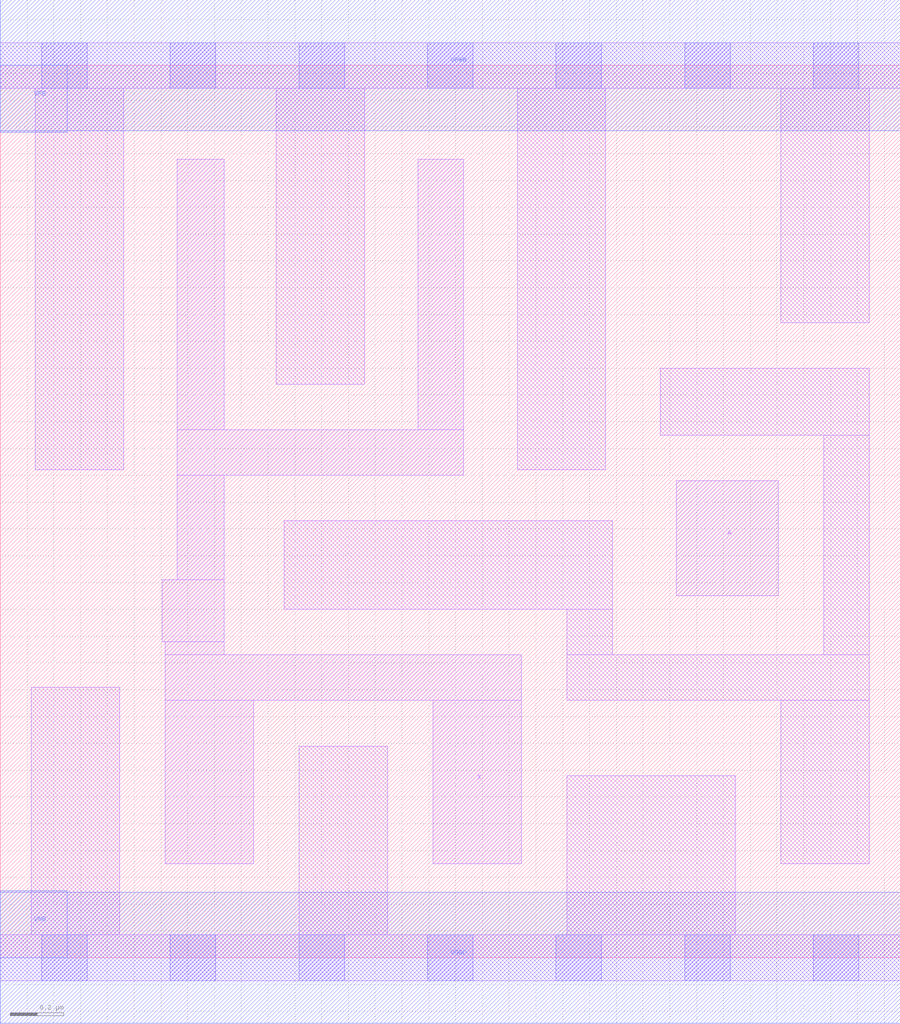
<source format=lef>
# Copyright 2020 The SkyWater PDK Authors
#
# Licensed under the Apache License, Version 2.0 (the "License");
# you may not use this file except in compliance with the License.
# You may obtain a copy of the License at
#
#     https://www.apache.org/licenses/LICENSE-2.0
#
# Unless required by applicable law or agreed to in writing, software
# distributed under the License is distributed on an "AS IS" BASIS,
# WITHOUT WARRANTIES OR CONDITIONS OF ANY KIND, either express or implied.
# See the License for the specific language governing permissions and
# limitations under the License.
#
# SPDX-License-Identifier: Apache-2.0

VERSION 5.5 ;
NAMESCASESENSITIVE ON ;
BUSBITCHARS "[]" ;
DIVIDERCHAR "/" ;
MACRO sky130_fd_sc_ms__buf_4
  CLASS CORE ;
  SOURCE USER ;
  ORIGIN  0.000000  0.000000 ;
  SIZE  3.360000 BY  3.330000 ;
  SYMMETRY X Y ;
  SITE unit ;
  PIN A
    ANTENNAGATEAREA  0.363000 ;
    DIRECTION INPUT ;
    USE SIGNAL ;
    PORT
      LAYER li1 ;
        RECT 2.525000 1.350000 2.905000 1.780000 ;
    END
  END A
  PIN X
    ANTENNADIFFAREA  1.086400 ;
    DIRECTION OUTPUT ;
    USE SIGNAL ;
    PORT
      LAYER li1 ;
        RECT 0.605000 1.180000 0.835000 1.410000 ;
        RECT 0.615000 0.350000 0.945000 0.960000 ;
        RECT 0.615000 0.960000 1.945000 1.130000 ;
        RECT 0.615000 1.130000 0.835000 1.180000 ;
        RECT 0.660000 1.410000 0.835000 1.800000 ;
        RECT 0.660000 1.800000 1.730000 1.970000 ;
        RECT 0.660000 1.970000 0.835000 2.980000 ;
        RECT 1.560000 1.970000 1.730000 2.980000 ;
        RECT 1.615000 0.350000 1.945000 0.960000 ;
    END
  END X
  PIN VGND
    DIRECTION INOUT ;
    USE GROUND ;
    PORT
      LAYER met1 ;
        RECT 0.000000 -0.245000 3.360000 0.245000 ;
    END
  END VGND
  PIN VNB
    DIRECTION INOUT ;
    USE GROUND ;
    PORT
      LAYER met1 ;
        RECT 0.000000 0.000000 0.250000 0.250000 ;
    END
  END VNB
  PIN VPB
    DIRECTION INOUT ;
    USE POWER ;
    PORT
      LAYER met1 ;
        RECT 0.000000 3.080000 0.250000 3.330000 ;
    END
  END VPB
  PIN VPWR
    DIRECTION INOUT ;
    USE POWER ;
    PORT
      LAYER met1 ;
        RECT 0.000000 3.085000 3.360000 3.575000 ;
    END
  END VPWR
  OBS
    LAYER li1 ;
      RECT 0.000000 -0.085000 3.360000 0.085000 ;
      RECT 0.000000  3.245000 3.360000 3.415000 ;
      RECT 0.115000  0.085000 0.445000 1.010000 ;
      RECT 0.130000  1.820000 0.460000 3.245000 ;
      RECT 1.030000  2.140000 1.360000 3.245000 ;
      RECT 1.060000  1.300000 2.285000 1.630000 ;
      RECT 1.115000  0.085000 1.445000 0.790000 ;
      RECT 1.930000  1.820000 2.260000 3.245000 ;
      RECT 2.115000  0.085000 2.745000 0.680000 ;
      RECT 2.115000  0.960000 3.245000 1.130000 ;
      RECT 2.115000  1.130000 2.285000 1.300000 ;
      RECT 2.465000  1.950000 3.245000 2.200000 ;
      RECT 2.915000  0.350000 3.245000 0.960000 ;
      RECT 2.915000  2.370000 3.245000 3.245000 ;
      RECT 3.075000  1.130000 3.245000 1.950000 ;
    LAYER mcon ;
      RECT 0.155000 -0.085000 0.325000 0.085000 ;
      RECT 0.155000  3.245000 0.325000 3.415000 ;
      RECT 0.635000 -0.085000 0.805000 0.085000 ;
      RECT 0.635000  3.245000 0.805000 3.415000 ;
      RECT 1.115000 -0.085000 1.285000 0.085000 ;
      RECT 1.115000  3.245000 1.285000 3.415000 ;
      RECT 1.595000 -0.085000 1.765000 0.085000 ;
      RECT 1.595000  3.245000 1.765000 3.415000 ;
      RECT 2.075000 -0.085000 2.245000 0.085000 ;
      RECT 2.075000  3.245000 2.245000 3.415000 ;
      RECT 2.555000 -0.085000 2.725000 0.085000 ;
      RECT 2.555000  3.245000 2.725000 3.415000 ;
      RECT 3.035000 -0.085000 3.205000 0.085000 ;
      RECT 3.035000  3.245000 3.205000 3.415000 ;
  END
END sky130_fd_sc_ms__buf_4
END LIBRARY

</source>
